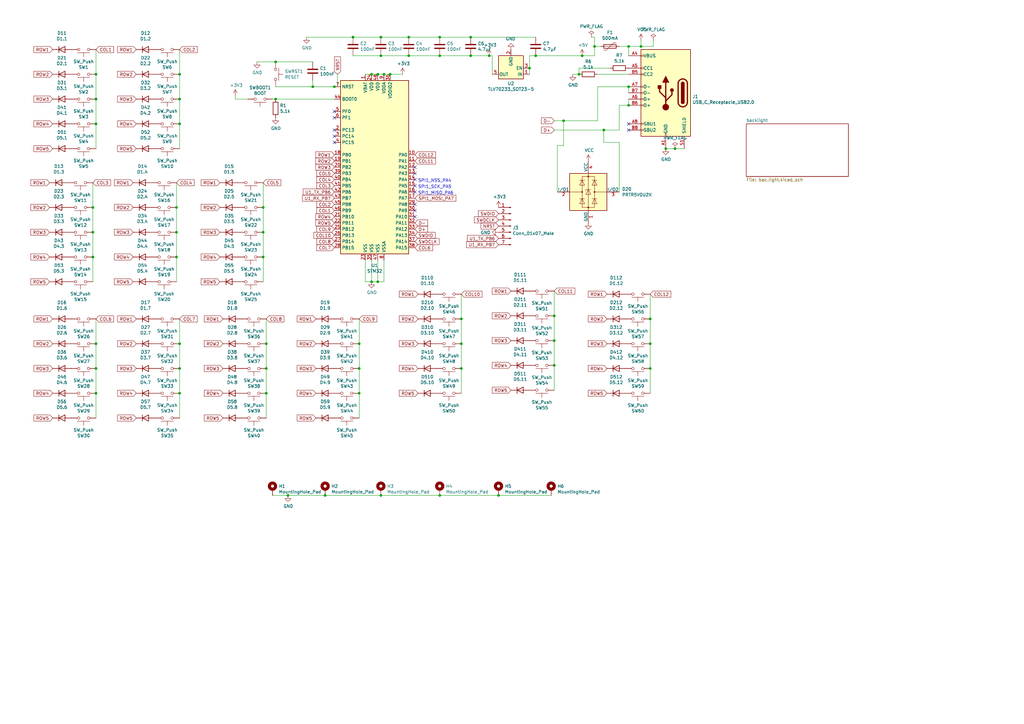
<source format=kicad_sch>
(kicad_sch (version 20211123) (generator eeschema)
  (paper "A3")
  (junction (at 200.66 22.86))
  (junction (at 152.4 30.48))
  (junction (at 167.64 15.24))
  (junction (at 167.64 22.86))
  (junction (at 109.22 140.97))
  (junction (at 257.81 35.56))
  (junction (at 147.32 140.97))
  (junction (at 193.04 22.86))
  (junction (at 266.7 130.81))
  (junction (at 38.1 105.41))
  (junction (at 231.14 49.53))
  (junction (at 107.95 85.09))
  (junction (at 180.34 15.24))
  (junction (at 243.84 19.05))
  (junction (at 73.66 140.97))
  (junction (at 73.66 40.64))
  (junction (at 39.37 140.97))
  (junction (at 39.37 30.48))
  (junction (at 180.34 203.2))
  (junction (at 157.48 30.48))
  (junction (at 113.03 40.64))
  (junction (at 257.81 43.18))
  (junction (at 72.39 85.09))
  (junction (at 107.95 95.25))
  (junction (at 38.1 95.25))
  (junction (at 72.39 105.41))
  (junction (at 160.02 30.48))
  (junction (at 107.95 105.41))
  (junction (at 38.1 85.09))
  (junction (at 39.37 50.8))
  (junction (at 39.37 40.64))
  (junction (at 247.65 53.34))
  (junction (at 237.49 30.48))
  (junction (at 189.23 140.97))
  (junction (at 189.23 130.81))
  (junction (at 262.89 19.05))
  (junction (at 72.39 95.25))
  (junction (at 147.32 151.13))
  (junction (at 227.33 129.54))
  (junction (at 276.86 60.96))
  (junction (at 189.23 151.13))
  (junction (at 238.76 22.86))
  (junction (at 193.04 15.24))
  (junction (at 128.27 35.56))
  (junction (at 217.17 27.94))
  (junction (at 147.32 161.29))
  (junction (at 156.21 15.24))
  (junction (at 144.78 15.24))
  (junction (at 109.22 151.13))
  (junction (at 266.7 151.13))
  (junction (at 154.94 30.48))
  (junction (at 204.47 203.2))
  (junction (at 156.21 203.2))
  (junction (at 156.21 22.86))
  (junction (at 39.37 161.29))
  (junction (at 152.4 115.57))
  (junction (at 273.05 60.96))
  (junction (at 118.11 203.2))
  (junction (at 266.7 140.97))
  (junction (at 154.94 115.57))
  (junction (at 73.66 161.29))
  (junction (at 133.35 203.2))
  (junction (at 227.33 149.86))
  (junction (at 227.33 139.7))
  (junction (at 73.66 30.48))
  (junction (at 113.03 25.4))
  (junction (at 109.22 161.29))
  (junction (at 39.37 151.13))
  (junction (at 180.34 22.86))
  (junction (at 137.16 35.56))
  (junction (at 73.66 50.8))
  (junction (at 73.66 151.13))
  (junction (at 219.71 22.86))
  (junction (at 257.81 19.05))
  (no_connect (at 170.18 71.12))
  (no_connect (at 257.81 50.8))
  (no_connect (at 137.16 48.26))
  (no_connect (at 170.18 78.74))
  (no_connect (at 170.18 83.82))
  (no_connect (at 137.16 45.72))
  (no_connect (at 170.18 76.2))
  (no_connect (at 170.18 88.9))
  (no_connect (at 137.16 58.42))
  (no_connect (at 170.18 68.58))
  (no_connect (at 137.16 55.88))
  (no_connect (at 170.18 73.66))
  (no_connect (at 257.81 53.34))
  (no_connect (at 170.18 86.36))
  (no_connect (at 137.16 53.34))
  (wire (pts (xy 38.1 105.41) (xy 38.1 115.57)))
  (wire (pts (xy 38.1 95.25) (xy 38.1 105.41)))
  (wire (pts (xy 247.65 53.34) (xy 227.33 53.34)))
  (wire (pts (xy 107.95 95.25) (xy 107.95 105.41)))
  (wire (pts (xy 189.23 151.13) (xy 189.23 161.29)))
  (wire (pts (xy 149.86 30.48) (xy 152.4 30.48)))
  (wire (pts (xy 193.04 15.24) (xy 219.71 15.24)))
  (wire (pts (xy 96.52 40.64) (xy 96.52 39.37)))
  (wire (pts (xy 167.64 15.24) (xy 180.34 15.24)))
  (wire (pts (xy 189.23 130.81) (xy 189.23 140.97)))
  (wire (pts (xy 149.86 106.68) (xy 149.86 115.57)))
  (wire (pts (xy 257.81 19.05) (xy 262.89 19.05)))
  (wire (pts (xy 113.03 40.64) (xy 137.16 40.64)))
  (wire (pts (xy 144.78 15.24) (xy 156.21 15.24)))
  (wire (pts (xy 276.86 60.96) (xy 273.05 60.96)))
  (wire (pts (xy 73.66 30.48) (xy 73.66 40.64)))
  (wire (pts (xy 189.23 140.97) (xy 189.23 151.13)))
  (wire (pts (xy 39.37 30.48) (xy 39.37 40.64)))
  (wire (pts (xy 73.66 151.13) (xy 73.66 161.29)))
  (wire (pts (xy 39.37 140.97) (xy 39.37 151.13)))
  (wire (pts (xy 156.21 22.86) (xy 167.64 22.86)))
  (wire (pts (xy 73.66 20.32) (xy 73.66 30.48)))
  (wire (pts (xy 107.95 105.41) (xy 107.95 115.57)))
  (wire (pts (xy 39.37 151.13) (xy 39.37 161.29)))
  (wire (pts (xy 243.84 19.05) (xy 243.84 22.86)))
  (wire (pts (xy 118.11 203.2) (xy 111.76 203.2)))
  (wire (pts (xy 227.33 149.86) (xy 227.33 160.02)))
  (wire (pts (xy 201.93 30.48) (xy 201.93 22.86)))
  (wire (pts (xy 125.73 15.24) (xy 144.78 15.24)))
  (wire (pts (xy 152.4 30.48) (xy 154.94 30.48)))
  (wire (pts (xy 243.84 15.24) (xy 242.57 15.24)))
  (wire (pts (xy 154.94 106.68) (xy 154.94 115.57)))
  (wire (pts (xy 245.11 35.56) (xy 245.11 49.53)))
  (wire (pts (xy 137.16 35.56) (xy 128.27 35.56)))
  (wire (pts (xy 228.6 78.74) (xy 228.6 59.69)))
  (wire (pts (xy 266.7 140.97) (xy 266.7 151.13)))
  (wire (pts (xy 262.89 19.05) (xy 267.97 19.05)))
  (wire (pts (xy 189.23 120.65) (xy 189.23 130.81)))
  (wire (pts (xy 228.6 59.69) (xy 231.14 59.69)))
  (wire (pts (xy 217.17 22.86) (xy 217.17 27.94)))
  (wire (pts (xy 39.37 40.64) (xy 39.37 50.8)))
  (wire (pts (xy 227.33 139.7) (xy 227.33 149.86)))
  (wire (pts (xy 254 19.05) (xy 257.81 19.05)))
  (wire (pts (xy 247.65 58.42) (xy 247.65 53.34)))
  (wire (pts (xy 237.49 27.94) (xy 237.49 30.48)))
  (wire (pts (xy 38.1 85.09) (xy 38.1 95.25)))
  (wire (pts (xy 39.37 130.81) (xy 39.37 140.97)))
  (wire (pts (xy 243.84 19.05) (xy 243.84 15.24)))
  (wire (pts (xy 147.32 130.81) (xy 147.32 140.97)))
  (wire (pts (xy 154.94 115.57) (xy 152.4 115.57)))
  (wire (pts (xy 245.11 30.48) (xy 257.81 30.48)))
  (wire (pts (xy 180.34 22.86) (xy 193.04 22.86)))
  (wire (pts (xy 280.67 60.96) (xy 276.86 60.96)))
  (wire (pts (xy 257.81 43.18) (xy 254 43.18)))
  (wire (pts (xy 73.66 40.64) (xy 73.66 50.8)))
  (wire (pts (xy 101.6 40.64) (xy 96.52 40.64)))
  (wire (pts (xy 113.03 35.56) (xy 128.27 35.56)))
  (wire (pts (xy 109.22 161.29) (xy 109.22 171.45)))
  (wire (pts (xy 72.39 105.41) (xy 72.39 115.57)))
  (wire (pts (xy 111.76 40.64) (xy 113.03 40.64)))
  (wire (pts (xy 219.71 22.86) (xy 217.17 22.86)))
  (wire (pts (xy 254 53.34) (xy 247.65 53.34)))
  (wire (pts (xy 219.71 22.86) (xy 238.76 22.86)))
  (wire (pts (xy 257.81 22.86) (xy 257.81 19.05)))
  (wire (pts (xy 157.48 30.48) (xy 160.02 30.48)))
  (wire (pts (xy 133.35 203.2) (xy 118.11 203.2)))
  (wire (pts (xy 39.37 20.32) (xy 39.37 30.48)))
  (wire (pts (xy 39.37 161.29) (xy 39.37 171.45)))
  (wire (pts (xy 227.33 119.38) (xy 227.33 129.54)))
  (wire (pts (xy 167.64 22.86) (xy 180.34 22.86)))
  (wire (pts (xy 245.11 49.53) (xy 231.14 49.53)))
  (wire (pts (xy 193.04 22.86) (xy 200.66 22.86)))
  (wire (pts (xy 147.32 161.29) (xy 147.32 171.45)))
  (wire (pts (xy 73.66 140.97) (xy 73.66 151.13)))
  (wire (pts (xy 200.66 22.86) (xy 201.93 22.86)))
  (wire (pts (xy 160.02 30.48) (xy 165.1 30.48)))
  (wire (pts (xy 113.03 25.4) (xy 105.41 25.4)))
  (wire (pts (xy 147.32 151.13) (xy 147.32 161.29)))
  (wire (pts (xy 144.78 22.86) (xy 156.21 22.86)))
  (wire (pts (xy 107.95 74.93) (xy 107.95 85.09)))
  (wire (pts (xy 147.32 140.97) (xy 147.32 151.13)))
  (wire (pts (xy 113.03 25.4) (xy 128.27 25.4)))
  (wire (pts (xy 257.81 40.64) (xy 257.81 43.18)))
  (wire (pts (xy 109.22 140.97) (xy 109.22 151.13)))
  (wire (pts (xy 109.22 130.81) (xy 109.22 140.97)))
  (wire (pts (xy 72.39 85.09) (xy 72.39 95.25)))
  (wire (pts (xy 262.89 19.05) (xy 262.89 16.51)))
  (wire (pts (xy 128.27 35.56) (xy 128.27 33.02)))
  (wire (pts (xy 138.43 30.48) (xy 138.43 35.56)))
  (wire (pts (xy 73.66 130.81) (xy 73.66 140.97)))
  (wire (pts (xy 157.48 106.68) (xy 157.48 115.57)))
  (wire (pts (xy 266.7 151.13) (xy 266.7 161.29)))
  (wire (pts (xy 266.7 120.65) (xy 266.7 130.81)))
  (wire (pts (xy 238.76 22.86) (xy 243.84 22.86)))
  (wire (pts (xy 138.43 35.56) (xy 137.16 35.56)))
  (wire (pts (xy 226.06 203.2) (xy 204.47 203.2)))
  (wire (pts (xy 152.4 106.68) (xy 152.4 115.57)))
  (wire (pts (xy 227.33 129.54) (xy 227.33 139.7)))
  (wire (pts (xy 39.37 50.8) (xy 39.37 60.96)))
  (wire (pts (xy 156.21 203.2) (xy 133.35 203.2)))
  (wire (pts (xy 180.34 15.24) (xy 193.04 15.24)))
  (wire (pts (xy 180.34 203.2) (xy 156.21 203.2)))
  (wire (pts (xy 73.66 50.8) (xy 73.66 60.96)))
  (wire (pts (xy 149.86 115.57) (xy 152.4 115.57)))
  (wire (pts (xy 234.95 30.48) (xy 237.49 30.48)))
  (wire (pts (xy 257.81 35.56) (xy 257.81 38.1)))
  (wire (pts (xy 266.7 130.81) (xy 266.7 140.97)))
  (wire (pts (xy 204.47 203.2) (xy 180.34 203.2)))
  (wire (pts (xy 231.14 49.53) (xy 227.33 49.53)))
  (wire (pts (xy 107.95 85.09) (xy 107.95 95.25)))
  (wire (pts (xy 267.97 19.05) (xy 267.97 16.51)))
  (wire (pts (xy 72.39 95.25) (xy 72.39 105.41)))
  (wire (pts (xy 231.14 59.69) (xy 231.14 49.53)))
  (wire (pts (xy 245.11 35.56) (xy 257.81 35.56)))
  (wire (pts (xy 109.22 151.13) (xy 109.22 161.29)))
  (wire (pts (xy 254 43.18) (xy 254 53.34)))
  (wire (pts (xy 254 78.74) (xy 254 58.42)))
  (wire (pts (xy 254 58.42) (xy 247.65 58.42)))
  (wire (pts (xy 250.19 27.94) (xy 237.49 27.94)))
  (wire (pts (xy 38.1 74.93) (xy 38.1 85.09)))
  (wire (pts (xy 246.38 19.05) (xy 243.84 19.05)))
  (wire (pts (xy 157.48 115.57) (xy 154.94 115.57)))
  (wire (pts (xy 154.94 30.48) (xy 157.48 30.48)))
  (wire (pts (xy 73.66 161.29) (xy 73.66 171.45)))
  (wire (pts (xy 156.21 15.24) (xy 167.64 15.24)))
  (wire (pts (xy 72.39 74.93) (xy 72.39 85.09)))
  (wire (pts (xy 217.17 27.94) (xy 217.17 30.48)))
  (text "SPI1_NSS_PA4" (at 171.45 74.93 0) (effects (font (size 1.27 1.27)) (justify left bottom)))
  (text "SPI1_MISO_PA6" (at 171.45 80.01 0) (effects (font (size 1.27 1.27)) (justify left bottom)))
  (text "SPI1_SCK_PA5" (at 171.45 77.47 0) (effects (font (size 1.27 1.27)) (justify left bottom)))
  (global_label "ROW2" (shape input) (at 54.61 85.09 180) (property "Intersheet References" "${INTERSHEET_REFS}" (effects hide)))
  (global_label "ROW5" (shape input) (at 209.55 160.02 180) (property "Intersheet References" "${INTERSHEET_REFS}" (effects hide)))
  (global_label "ROW1" (shape input) (at 137.16 63.5 180) (property "Intersheet References" "${INTERSHEET_REFS}" (effects hide)))
  (global_label "ROW3" (shape input) (at 209.55 139.7 180) (property "Intersheet References" "${INTERSHEET_REFS}" (effects hide)))
  (global_label "COL7" (shape input) (at 137.16 101.6 180) (property "Intersheet References" "${INTERSHEET_REFS}" (effects hide)))
  (global_label "ROW3" (shape input) (at 91.44 151.13 180) (property "Intersheet References" "${INTERSHEET_REFS}" (effects hide)))
  (global_label "ROW2" (shape input) (at 21.59 140.97 180) (property "Intersheet References" "${INTERSHEET_REFS}" (effects hide)))
  (global_label "ROW5" (shape input) (at 21.59 171.45 180) (property "Intersheet References" "${INTERSHEET_REFS}" (effects hide)))
  (global_label "ROW1" (shape input) (at 20.32 74.93 180) (property "Intersheet References" "${INTERSHEET_REFS}" (effects hide)))
  (global_label "COL1" (shape input) (at 137.16 86.36 180) (property "Intersheet References" "${INTERSHEET_REFS}" (effects hide)))
  (global_label "ROW3" (shape input) (at 55.88 151.13 180) (property "Intersheet References" "${INTERSHEET_REFS}" (effects hide)))
  (global_label "COL3" (shape input) (at 137.16 76.2 180) (property "Intersheet References" "${INTERSHEET_REFS}" (effects hide)))
  (global_label "ROW5" (shape input) (at 171.45 161.29 180) (property "Intersheet References" "${INTERSHEET_REFS}" (effects hide)))
  (global_label "COL11" (shape input) (at 170.18 66.04 0) (property "Intersheet References" "${INTERSHEET_REFS}" (effects hide)))
  (global_label "ROW1" (shape input) (at 209.55 119.38 180) (property "Intersheet References" "${INTERSHEET_REFS}" (effects hide)))
  (global_label "COL11" (shape input) (at 227.33 119.38 0) (property "Intersheet References" "${INTERSHEET_REFS}" (effects hide)))
  (global_label "ROW3" (shape input) (at 54.61 95.25 180) (property "Intersheet References" "${INTERSHEET_REFS}" (effects hide)))
  (global_label "ROW4" (shape input) (at 129.54 161.29 180) (property "Intersheet References" "${INTERSHEET_REFS}" (effects hide)))
  (global_label "ROW5" (shape input) (at 55.88 171.45 180) (property "Intersheet References" "${INTERSHEET_REFS}" (effects hide)))
  (global_label "COL12" (shape input) (at 170.18 63.5 0) (property "Intersheet References" "${INTERSHEET_REFS}" (effects hide)))
  (global_label "COL5" (shape input) (at 107.95 74.93 0) (property "Intersheet References" "${INTERSHEET_REFS}" (effects hide)))
  (global_label "ROW1" (shape input) (at 129.54 130.81 180) (property "Intersheet References" "${INTERSHEET_REFS}" (effects hide)))
  (global_label "COL8" (shape input) (at 109.22 130.81 0) (property "Intersheet References" "${INTERSHEET_REFS}" (effects hide)))
  (global_label "ROW3" (shape input) (at 137.16 68.58 180) (property "Intersheet References" "${INTERSHEET_REFS}" (effects hide)))
  (global_label "ROW4" (shape input) (at 21.59 161.29 180) (property "Intersheet References" "${INTERSHEET_REFS}" (effects hide)))
  (global_label "SPI1_MOSI_PA7" (shape input) (at 170.18 81.28 0) (property "Intersheet References" "${INTERSHEET_REFS}" (effects hide)))
  (global_label "ROW1" (shape input) (at 171.45 120.65 180) (property "Intersheet References" "${INTERSHEET_REFS}" (effects hide)))
  (global_label "ROW5" (shape input) (at 55.88 60.96 180) (property "Intersheet References" "${INTERSHEET_REFS}" (effects hide)))
  (global_label "ROW3" (shape input) (at 21.59 40.64 180) (property "Intersheet References" "${INTERSHEET_REFS}" (effects hide)))
  (global_label "ROW2" (shape input) (at 129.54 140.97 180) (property "Intersheet References" "${INTERSHEET_REFS}" (effects hide)))
  (global_label "ROW4" (shape input) (at 55.88 161.29 180) (property "Intersheet References" "${INTERSHEET_REFS}" (effects hide)))
  (global_label "ROW4" (shape input) (at 90.17 105.41 180) (property "Intersheet References" "${INTERSHEET_REFS}" (effects hide)))
  (global_label "U1_TX_PB6" (shape input) (at 204.47 97.79 180) (property "Intersheet References" "${INTERSHEET_REFS}" (effects hide)))
  (global_label "ROW3" (shape input) (at 20.32 95.25 180) (property "Intersheet References" "${INTERSHEET_REFS}" (effects hide)))
  (global_label "ROW5" (shape input) (at 129.54 171.45 180) (property "Intersheet References" "${INTERSHEET_REFS}" (effects hide)))
  (global_label "D+" (shape input) (at 170.18 93.98 0) (property "Intersheet References" "${INTERSHEET_REFS}" (effects hide)))
  (global_label "COL2" (shape input) (at 137.16 83.82 180) (property "Intersheet References" "${INTERSHEET_REFS}" (effects hide)))
  (global_label "D+" (shape input) (at 227.33 53.34 180) (property "Intersheet References" "${INTERSHEET_REFS}" (effects hide)))
  (global_label "ROW1" (shape input) (at 21.59 130.81 180) (property "Intersheet References" "${INTERSHEET_REFS}" (effects hide)))
  (global_label "COL10" (shape input) (at 189.23 120.65 0) (property "Intersheet References" "${INTERSHEET_REFS}" (effects hide)))
  (global_label "U1_TX_PB6" (shape input) (at 137.16 78.74 180) (property "Intersheet References" "${INTERSHEET_REFS}" (effects hide)))
  (global_label "ROW5" (shape input) (at 90.17 115.57 180) (property "Intersheet References" "${INTERSHEET_REFS}" (effects hide)))
  (global_label "ROW3" (shape input) (at 129.54 151.13 180) (property "Intersheet References" "${INTERSHEET_REFS}" (effects hide)))
  (global_label "COL9" (shape input) (at 147.32 130.81 0) (property "Intersheet References" "${INTERSHEET_REFS}" (effects hide)))
  (global_label "ROW4" (shape input) (at 171.45 151.13 180) (property "Intersheet References" "${INTERSHEET_REFS}" (effects hide)))
  (global_label "COL6" (shape input) (at 170.18 101.6 0) (property "Intersheet References" "${INTERSHEET_REFS}" (effects hide)))
  (global_label "ROW5" (shape input) (at 20.32 115.57 180) (property "Intersheet References" "${INTERSHEET_REFS}" (effects hide)))
  (global_label "ROW5" (shape input) (at 91.44 171.45 180) (property "Intersheet References" "${INTERSHEET_REFS}" (effects hide)))
  (global_label "ROW2" (shape input) (at 91.44 140.97 180) (property "Intersheet References" "${INTERSHEET_REFS}" (effects hide)))
  (global_label "ROW4" (shape input) (at 20.32 105.41 180) (property "Intersheet References" "${INTERSHEET_REFS}" (effects hide)))
  (global_label "COL5" (shape input) (at 137.16 71.12 180) (property "Intersheet References" "${INTERSHEET_REFS}" (effects hide)))
  (global_label "D-" (shape input) (at 227.33 49.53 180) (property "Intersheet References" "${INTERSHEET_REFS}" (effects hide)))
  (global_label "D-" (shape input) (at 170.18 91.44 0) (property "Intersheet References" "${INTERSHEET_REFS}" (effects hide)))
  (global_label "ROW2" (shape input) (at 248.92 130.81 180) (property "Intersheet References" "${INTERSHEET_REFS}" (effects hide)))
  (global_label "ROW5" (shape input) (at 248.92 161.29 180) (property "Intersheet References" "${INTERSHEET_REFS}" (effects hide)))
  (global_label "ROW2" (shape input) (at 21.59 30.48 180) (property "Intersheet References" "${INTERSHEET_REFS}" (effects hide)))
  (global_label "ROW2" (shape input) (at 209.55 129.54 180) (property "Intersheet References" "${INTERSHEET_REFS}" (effects hide)))
  (global_label "COL9" (shape input) (at 137.16 93.98 180) (property "Intersheet References" "${INTERSHEET_REFS}" (effects hide)))
  (global_label "ROW4" (shape input) (at 54.61 105.41 180) (property "Intersheet References" "${INTERSHEET_REFS}" (effects hide)))
  (global_label "SWDCLK" (shape input) (at 170.18 99.06 0) (property "Intersheet References" "${INTERSHEET_REFS}" (effects hide)))
  (global_label "NRST" (shape input) (at 138.43 30.48 90) (property "Intersheet References" "${INTERSHEET_REFS}" (effects hide)))
  (global_label "ROW3" (shape input) (at 55.88 40.64 180) (property "Intersheet References" "${INTERSHEET_REFS}" (effects hide)))
  (global_label "COL6" (shape input) (at 39.37 130.81 0) (property "Intersheet References" "${INTERSHEET_REFS}" (effects hide)))
  (global_label "ROW1" (shape input) (at 90.17 74.93 180) (property "Intersheet References" "${INTERSHEET_REFS}" (effects hide)))
  (global_label "ROW1" (shape input) (at 91.44 130.81 180) (property "Intersheet References" "${INTERSHEET_REFS}" (effects hide)))
  (global_label "ROW3" (shape input) (at 171.45 140.97 180) (property "Intersheet References" "${INTERSHEET_REFS}" (effects hide)))
  (global_label "ROW4" (shape input) (at 248.92 151.13 180) (property "Intersheet References" "${INTERSHEET_REFS}" (effects hide)))
  (global_label "ROW1" (shape input) (at 55.88 130.81 180) (property "Intersheet References" "${INTERSHEET_REFS}" (effects hide)))
  (global_label "ROW2" (shape input) (at 171.45 130.81 180) (property "Intersheet References" "${INTERSHEET_REFS}" (effects hide)))
  (global_label "SWDCLK" (shape input) (at 204.47 90.17 180) (property "Intersheet References" "${INTERSHEET_REFS}" (effects hide)))
  (global_label "U1_RX_PB7" (shape input) (at 204.47 100.33 180) (property "Intersheet References" "${INTERSHEET_REFS}" (effects hide)))
  (global_label "ROW2" (shape input) (at 55.88 140.97 180) (property "Intersheet References" "${INTERSHEET_REFS}" (effects hide)))
  (global_label "ROW2" (shape input) (at 20.32 85.09 180) (property "Intersheet References" "${INTERSHEET_REFS}" (effects hide)))
  (global_label "COL2" (shape input) (at 73.66 20.32 0) (property "Intersheet References" "${INTERSHEET_REFS}" (effects hide)))
  (global_label "NRST" (shape input) (at 204.47 92.71 180) (property "Intersheet References" "${INTERSHEET_REFS}" (effects hide)))
  (global_label "SWDIO" (shape input) (at 170.18 96.52 0) (property "Intersheet References" "${INTERSHEET_REFS}" (effects hide)))
  (global_label "SWDIO" (shape input) (at 204.47 87.63 180) (property "Intersheet References" "${INTERSHEET_REFS}" (effects hide)))
  (global_label "ROW1" (shape input) (at 54.61 74.93 180) (property "Intersheet References" "${INTERSHEET_REFS}" (effects hide)))
  (global_label "ROW5" (shape input) (at 137.16 91.44 180) (property "Intersheet References" "${INTERSHEET_REFS}" (effects hide)))
  (global_label "ROW5" (shape input) (at 21.59 60.96 180) (property "Intersheet References" "${INTERSHEET_REFS}" (effects hide)))
  (global_label "ROW2" (shape input) (at 90.17 85.09 180) (property "Intersheet References" "${INTERSHEET_REFS}" (effects hide)))
  (global_label "ROW3" (shape input) (at 248.92 140.97 180) (property "Intersheet References" "${INTERSHEET_REFS}" (effects hide)))
  (global_label "ROW1" (shape input) (at 21.59 20.32 180) (property "Intersheet References" "${INTERSHEET_REFS}" (effects hide)))
  (global_label "ROW4" (shape input) (at 91.44 161.29 180) (property "Intersheet References" "${INTERSHEET_REFS}" (effects hide)))
  (global_label "COL4" (shape input) (at 72.39 74.93 0) (property "Intersheet References" "${INTERSHEET_REFS}" (effects hide)))
  (global_label "U1_RX_PB7" (shape input) (at 137.16 81.28 180) (property "Intersheet References" "${INTERSHEET_REFS}" (effects hide)))
  (global_label "ROW3" (shape input) (at 90.17 95.25 180) (property "Intersheet References" "${INTERSHEET_REFS}" (effects hide)))
  (global_label "COL7" (shape input) (at 73.66 130.81 0) (property "Intersheet References" "${INTERSHEET_REFS}" (effects hide)))
  (global_label "ROW4" (shape input) (at 21.59 50.8 180) (property "Intersheet References" "${INTERSHEET_REFS}" (effects hide)))
  (global_label "COL1" (shape input) (at 39.37 20.32 0) (property "Intersheet References" "${INTERSHEET_REFS}" (effects hide)))
  (global_label "COL8" (shape input) (at 137.16 99.06 180) (property "Intersheet References" "${INTERSHEET_REFS}" (effects hide)))
  (global_label "ROW4" (shape input) (at 209.55 149.86 180) (property "Intersheet References" "${INTERSHEET_REFS}" (effects hide)))
  (global_label "ROW1" (shape input) (at 55.88 20.32 180) (property "Intersheet References" "${INTERSHEET_REFS}" (effects hide)))
  (global_label "COL3" (shape input) (at 38.1 74.93 0) (property "Intersheet References" "${INTERSHEET_REFS}" (effects hide)))
  (global_label "COL4" (shape input) (at 137.16 73.66 180) (property "Intersheet References" "${INTERSHEET_REFS}" (effects hide)))
  (global_label "ROW1" (shape input) (at 248.92 120.65 180) (property "Intersheet References" "${INTERSHEET_REFS}" (effects hide)))
  (global_label "ROW4" (shape input) (at 55.88 50.8 180) (property "Intersheet References" "${INTERSHEET_REFS}" (effects hide)))
  (global_label "COL10" (shape input) (at 137.16 96.52 180) (property "Intersheet References" "${INTERSHEET_REFS}" (effects hide)))
  (global_label "ROW3" (shape input) (at 21.59 151.13 180) (property "Intersheet References" "${INTERSHEET_REFS}" (effects hide)))
  (global_label "COL12" (shape input) (at 266.7 120.65 0) (property "Intersheet References" "${INTERSHEET_REFS}" (effects hide)))
  (global_label "ROW2" (shape input) (at 55.88 30.48 180) (property "Intersheet References" "${INTERSHEET_REFS}" (effects hide)))
  (global_label "ROW2" (shape input) (at 137.16 66.04 180) (property "Intersheet References" "${INTERSHEET_REFS}" (effects hide)))
  (global_label "ROW5" (shape input) (at 54.61 115.57 180) (property "Intersheet References" "${INTERSHEET_REFS}" (effects hide)))
  (global_label "ROW4" (shape input) (at 137.16 88.9 180) (property "Intersheet References" "${INTERSHEET_REFS}" (effects hide)))
  (symbol (lib_id "MCU_ST_STM32F0:STM32F072C8Tx") (at 154.94 68.58 0) (unit 1)
    (property "Reference" "U1" (at 153.67 108.8644 0))
    (property "Value" "STM32" (at 153.67 111.1758 0))
    (property "Footprint" "Package_QFP:LQFP-48_7x7mm_P0.5mm" (effects hide))
    (property "Datasheet" "http://www.st.com/st-web-ui/static/active/en/resource/technical/document/datasheet/DM00090510.pdf" (effects hide))
  )
  (symbol (lib_id "Device:C") (at 144.78 19.05 0) (unit 1)
    (property "Reference" "C2" (at 147.701 17.8816 0) (effects (justify left)))
    (property "Value" "100nF" (at 147.701 20.193 0) (effects (justify left)))
    (property "Footprint" "Capacitor_SMD:C_0805_2012Metric_Pad1.15x1.40mm_HandSolder" (effects hide))
  )
  (symbol (lib_id "Device:C") (at 156.21 19.05 0) (unit 1)
    (property "Reference" "C3" (at 159.131 17.8816 0) (effects (justify left)))
    (property "Value" "100nF" (at 159.131 20.193 0) (effects (justify left)))
    (property "Footprint" "Capacitor_SMD:C_0805_2012Metric_Pad1.15x1.40mm_HandSolder" (effects hide))
  )
  (symbol (lib_id "Device:C") (at 167.64 19.05 0) (unit 1)
    (property "Reference" "C4" (at 170.561 17.8816 0) (effects (justify left)))
    (property "Value" "100nF" (at 170.561 20.193 0) (effects (justify left)))
    (property "Footprint" "Capacitor_SMD:C_0805_2012Metric_Pad1.15x1.40mm_HandSolder" (effects hide))
  )
  (symbol (lib_id "Device:C") (at 180.34 19.05 0) (unit 1)
    (property "Reference" "C5" (at 183.261 17.8816 0) (effects (justify left)))
    (property "Value" "100nF" (at 183.261 20.193 0) (effects (justify left)))
    (property "Footprint" "Capacitor_SMD:C_0805_2012Metric_Pad1.15x1.40mm_HandSolder" (effects hide))
  )
  (symbol (lib_id "Device:C") (at 219.71 19.05 0) (unit 1)
    (property "Reference" "C7" (at 222.631 17.8816 0) (effects (justify left)))
    (property "Value" "4.7µF" (at 222.631 20.193 0) (effects (justify left)))
    (property "Footprint" "Capacitor_SMD:C_0805_2012Metric_Pad1.15x1.40mm_HandSolder" (effects hide))
  )
  (symbol (lib_id "power:GND") (at 152.4 115.57 0) (unit 1)
    (property "Reference" "#PWR0101" (effects hide))
    (property "Value" "GND" (at 152.527 119.9642 0))
  )
  (symbol (lib_id "power:GND") (at 125.73 15.24 0) (unit 1)
    (property "Reference" "#PWR0102" (effects hide))
    (property "Value" "GND" (at 125.857 19.6342 0))
  )
  (symbol (lib_id "Device:C") (at 128.27 29.21 0) (unit 1)
    (property "Reference" "C1" (at 131.191 28.0416 0) (effects (justify left)))
    (property "Value" "100nF" (at 131.191 30.353 0) (effects (justify left)))
    (property "Footprint" "Capacitor_SMD:C_0805_2012Metric_Pad1.15x1.40mm_HandSolder" (effects hide))
  )
  (symbol (lib_id "Switch:SW_Push") (at 113.03 30.48 270) (unit 1)
    (property "Reference" "SWRST1" (at 116.7892 29.3116 90) (effects (justify left)))
    (property "Value" "RESET" (at 116.7892 31.623 90) (effects (justify left)))
    (property "Footprint" "Button_Switch_SMD:SW_SPST_CK_RS282G05A3" (effects hide))
  )
  (symbol (lib_id "power:GND") (at 105.41 25.4 0) (unit 1)
    (property "Reference" "#PWR0103" (effects hide))
    (property "Value" "GND" (at 105.537 29.7942 0))
  )
  (symbol (lib_id "Switch:SW_Push") (at 106.68 40.64 180) (unit 1)
    (property "Reference" "SWBOOT1" (at 106.68 35.941 0))
    (property "Value" "BOOT" (at 106.68 38.2524 0))
    (property "Footprint" "Button_Switch_SMD:SW_SPST_CK_RS282G05A3" (effects hide))
  )
  (symbol (lib_id "Device:R") (at 113.03 44.45 0) (unit 1)
    (property "Reference" "R1" (at 114.808 43.2816 0) (effects (justify left)))
    (property "Value" "5.1k" (at 114.808 45.593 0) (effects (justify left)))
    (property "Footprint" "Resistor_SMD:R_0805_2012Metric_Pad1.15x1.40mm_HandSolder" (effects hide))
  )
  (symbol (lib_id "power:GND") (at 113.03 48.26 0) (unit 1)
    (property "Reference" "#PWR0104" (effects hide))
    (property "Value" "GND" (at 113.157 52.6542 0))
  )
  (symbol (lib_id "power:GND") (at 273.05 60.96 0) (unit 1)
    (property "Reference" "#PWR0105" (effects hide))
    (property "Value" "GND" (at 273.177 65.3542 0))
  )
  (symbol (lib_id "Device:R") (at 254 27.94 270) (unit 1)
    (property "Reference" "R7" (at 254 22.6822 90))
    (property "Value" "5.1k" (at 254 24.9936 90))
    (property "Footprint" "Resistor_SMD:R_0805_2012Metric_Pad1.15x1.40mm_HandSolder" (effects hide))
  )
  (symbol (lib_id "Device:R") (at 241.3 30.48 270) (mirror x) (unit 1)
    (property "Reference" "R6" (at 241.3 25.2222 90))
    (property "Value" "5.1k" (at 241.3 27.5336 90))
    (property "Footprint" "Resistor_SMD:R_0805_2012Metric_Pad1.15x1.40mm_HandSolder" (effects hide))
  )
  (symbol (lib_id "power:GND") (at 234.95 30.48 0) (unit 1)
    (property "Reference" "#PWR0106" (effects hide))
    (property "Value" "GND" (at 235.077 34.8742 0))
  )
  (symbol (lib_id "Device:C") (at 193.04 19.05 0) (unit 1)
    (property "Reference" "C6" (at 195.961 17.8816 0) (effects (justify left)))
    (property "Value" "4.7µF" (at 195.961 20.193 0) (effects (justify left)))
    (property "Footprint" "Capacitor_SMD:C_0805_2012Metric_Pad1.15x1.40mm_HandSolder" (effects hide))
  )
  (symbol (lib_id "Connector:USB_C_Receptacle_USB2.0") (at 273.05 38.1 0) (mirror y) (unit 1)
    (property "Reference" "J1" (at 283.972 39.5986 0) (effects (justify right)))
    (property "Value" "USB_C_Receptacle_USB2.0" (at 283.972 41.91 0) (effects (justify right)))
    (property "Footprint" "kicad-usb:USB_C_Receptacle_HRO_TYPE-C-31-M-12" (effects hide))
    (property "Datasheet" "https://www.usb.org/sites/default/files/documents/usb_type-c.zip" (effects hide))
  )
  (symbol (lib_id "Connector:Conn_01x07_Male") (at 209.55 92.71 0) (mirror y) (unit 1)
    (property "Reference" "J3" (at 210.2358 93.3958 0) (effects (justify right)))
    (property "Value" "Conn_01x07_Male" (at 210.2358 95.7072 0) (effects (justify right)))
    (property "Footprint" "kicad-harwin:Harwin_M20-89007xx_1x07_P2.54mm_Horizontal" (effects hide))
  )
  (symbol (lib_id "power:GND") (at 204.47 95.25 270) (unit 1)
    (property "Reference" "#PWR0109" (effects hide))
    (property "Value" "GND" (at 201.2188 95.377 90) (effects (justify right)))
  )
  (symbol (lib_id "Switch:SW_Push") (at 34.29 20.32 180) (unit 1)
    (property "Reference" "SW1" (at 34.29 27.559 0))
    (property "Value" "SW_Push" (at 34.29 25.2476 0))
    (property "Footprint" "Button_Switch_Keyboard:SW_Cherry_MX_1.00u_PCB" (effects hide))
  )
  (symbol (lib_id "Diode:1N4148WS") (at 25.4 20.32 0) (unit 1)
    (property "Reference" "D11" (at 25.4 13.589 0))
    (property "Value" "D1.1" (at 25.4 15.9004 0))
    (property "Footprint" "Diode_SMD:D_SOD-323" (effects hide))
  )
  (symbol (lib_id "Switch:SW_Push") (at 34.29 30.48 180) (unit 1)
    (property "Reference" "SW2" (at 34.29 37.719 0))
    (property "Value" "SW_Push" (at 34.29 35.4076 0))
    (property "Footprint" "Button_Switch_Keyboard:SW_Cherry_MX_1.00u_PCB" (effects hide))
  )
  (symbol (lib_id "Diode:1N4148WS") (at 25.4 30.48 0) (unit 1)
    (property "Reference" "D21" (at 25.4 23.749 0))
    (property "Value" "D2.1" (at 25.4 26.0604 0))
    (property "Footprint" "Diode_SMD:D_SOD-323" (effects hide))
  )
  (symbol (lib_id "Switch:SW_Push") (at 34.29 50.8 180) (unit 1)
    (property "Reference" "SW4" (at 34.29 58.039 0))
    (property "Value" "SW_Push" (at 34.29 55.7276 0))
    (property "Footprint" "Button_Switch_Keyboard:SW_Cherry_MX_1.00u_PCB" (effects hide))
  )
  (symbol (lib_id "Diode:1N4148WS") (at 25.4 50.8 0) (unit 1)
    (property "Reference" "D41" (at 25.4 44.069 0))
    (property "Value" "D4.1" (at 25.4 46.3804 0))
    (property "Footprint" "Diode_SMD:D_SOD-323" (effects hide))
  )
  (symbol (lib_id "Switch:SW_Push") (at 34.29 40.64 180) (unit 1)
    (property "Reference" "SW3" (at 34.29 47.879 0))
    (property "Value" "SW_Push" (at 34.29 45.5676 0))
    (property "Footprint" "Button_Switch_Keyboard:SW_Cherry_MX_1.00u_PCB" (effects hide))
  )
  (symbol (lib_id "Diode:1N4148WS") (at 25.4 40.64 0) (unit 1)
    (property "Reference" "D31" (at 25.4 33.909 0))
    (property "Value" "D3.1" (at 25.4 36.2204 0))
    (property "Footprint" "Diode_SMD:D_SOD-323" (effects hide))
  )
  (symbol (lib_id "power:PWR_FLAG") (at 276.86 60.96 0) (unit 1)
    (property "Reference" "#FLG0102" (effects hide))
    (property "Value" "PWR_FLAG" (at 276.86 56.5658 0))
  )
  (symbol (lib_id "power:+3.3V") (at 165.1 30.48 0) (unit 1)
    (property "Reference" "#PWR0107" (effects hide))
    (property "Value" "+3.3V" (at 165.481 26.0858 0))
  )
  (symbol (lib_id "power:+3.3V") (at 96.52 39.37 0) (unit 1)
    (property "Reference" "#PWR06" (effects hide))
    (property "Value" "+3.3V" (at 96.901 34.9758 0))
  )
  (symbol (lib_id "Device:Polyfuse") (at 250.19 19.05 270) (unit 1)
    (property "Reference" "F1" (at 250.19 13.335 90))
    (property "Value" "500mA" (at 250.19 15.6464 90))
    (property "Footprint" "Resistor_SMD:R_0805_2012Metric_Pad1.15x1.40mm_HandSolder" (effects hide))
  )
  (symbol (lib_id "power:+5V") (at 238.76 22.86 0) (unit 1)
    (property "Reference" "#PWR0108" (effects hide))
    (property "Value" "+5V" (at 239.141 18.4658 0))
  )
  (symbol (lib_id "power:PWR_FLAG") (at 242.57 15.24 0) (unit 1)
    (property "Reference" "#FLG0101" (effects hide))
    (property "Value" "PWR_FLAG" (at 242.57 10.8458 0))
  )
  (symbol (lib_id "Switch:SW_Push") (at 34.29 60.96 180) (unit 1)
    (property "Reference" "SW5" (at 34.29 68.199 0))
    (property "Value" "SW_Push" (at 34.29 65.8876 0))
    (property "Footprint" "Button_Switch_Keyboard:SW_Cherry_MX_1.00u_PCB" (effects hide))
  )
  (symbol (lib_id "Diode:1N4148WS") (at 25.4 60.96 0) (unit 1)
    (property "Reference" "D51" (at 25.4 54.229 0))
    (property "Value" "D5.1" (at 25.4 56.5404 0))
    (property "Footprint" "Diode_SMD:D_SOD-323" (effects hide))
  )
  (symbol (lib_id "Switch:SW_Push") (at 68.58 20.32 180) (unit 1)
    (property "Reference" "SW6" (at 68.58 27.559 0))
    (property "Value" "SW_Push" (at 68.58 25.2476 0))
    (property "Footprint" "Button_Switch_Keyboard:SW_Cherry_MX_1.00u_PCB" (effects hide))
  )
  (symbol (lib_id "Diode:1N4148WS") (at 59.69 20.32 0) (unit 1)
    (property "Reference" "D12" (at 59.69 13.589 0))
    (property "Value" "D1.2" (at 59.69 15.9004 0))
    (property "Footprint" "Diode_SMD:D_SOD-323" (effects hide))
  )
  (symbol (lib_id "Switch:SW_Push") (at 68.58 30.48 180) (unit 1)
    (property "Reference" "SW7" (at 68.58 37.719 0))
    (property "Value" "SW_Push" (at 68.58 35.4076 0))
    (property "Footprint" "Button_Switch_Keyboard:SW_Cherry_MX_1.00u_PCB" (effects hide))
  )
  (symbol (lib_id "Diode:1N4148WS") (at 59.69 30.48 0) (unit 1)
    (property "Reference" "D22" (at 59.69 23.749 0))
    (property "Value" "D2.2" (at 59.69 26.0604 0))
    (property "Footprint" "Diode_SMD:D_SOD-323" (effects hide))
  )
  (symbol (lib_id "Switch:SW_Push") (at 68.58 50.8 180) (unit 1)
    (property "Reference" "SW9" (at 68.58 58.039 0))
    (property "Value" "SW_Push" (at 68.58 55.7276 0))
    (property "Footprint" "Button_Switch_Keyboard:SW_Cherry_MX_1.00u_PCB" (effects hide))
  )
  (symbol (lib_id "Diode:1N4148WS") (at 59.69 50.8 0) (unit 1)
    (property "Reference" "D42" (at 59.69 44.069 0))
    (property "Value" "D4.2" (at 59.69 46.3804 0))
    (property "Footprint" "Diode_SMD:D_SOD-323" (effects hide))
  )
  (symbol (lib_id "Switch:SW_Push") (at 68.58 40.64 180) (unit 1)
    (property "Reference" "SW8" (at 68.58 47.879 0))
    (property "Value" "SW_Push" (at 68.58 45.5676 0))
    (property "Footprint" "Button_Switch_Keyboard:SW_Cherry_MX_1.00u_PCB" (effects hide))
  )
  (symbol (lib_id "Diode:1N4148WS") (at 59.69 40.64 0) (unit 1)
    (property "Reference" "D32" (at 59.69 33.909 0))
    (property "Value" "D3.2" (at 59.69 36.2204 0))
    (property "Footprint" "Diode_SMD:D_SOD-323" (effects hide))
  )
  (symbol (lib_id "Switch:SW_Push") (at 68.58 60.96 180) (unit 1)
    (property "Reference" "SW10" (at 68.58 68.199 0))
    (property "Value" "SW_Push" (at 68.58 65.8876 0))
    (property "Footprint" "Button_Switch_Keyboard:SW_Cherry_MX_1.00u_PCB" (effects hide))
  )
  (symbol (lib_id "Diode:1N4148WS") (at 59.69 60.96 0) (unit 1)
    (property "Reference" "D52" (at 59.69 54.229 0))
    (property "Value" "D5.2" (at 59.69 56.5404 0))
    (property "Footprint" "Diode_SMD:D_SOD-323" (effects hide))
  )
  (symbol (lib_id "Switch:SW_Push") (at 33.02 74.93 180) (unit 1)
    (property "Reference" "SW11" (at 33.02 82.169 0))
    (property "Value" "SW_Push" (at 33.02 79.8576 0))
    (property "Footprint" "Button_Switch_Keyboard:SW_Cherry_MX_1.00u_PCB" (effects hide))
  )
  (symbol (lib_id "Diode:1N4148WS") (at 24.13 74.93 0) (unit 1)
    (property "Reference" "D13" (at 24.13 68.199 0))
    (property "Value" "D1.3" (at 24.13 70.5104 0))
    (property "Footprint" "Diode_SMD:D_SOD-323" (effects hide))
  )
  (symbol (lib_id "Switch:SW_Push") (at 33.02 85.09 180) (unit 1)
    (property "Reference" "SW12" (at 33.02 92.329 0))
    (property "Value" "SW_Push" (at 33.02 90.0176 0))
    (property "Footprint" "Button_Switch_Keyboard:SW_Cherry_MX_1.00u_PCB" (effects hide))
  )
  (symbol (lib_id "Diode:1N4148WS") (at 24.13 85.09 0) (unit 1)
    (property "Reference" "D23" (at 24.13 78.359 0))
    (property "Value" "D2.3" (at 24.13 80.6704 0))
    (property "Footprint" "Diode_SMD:D_SOD-323" (effects hide))
  )
  (symbol (lib_id "Switch:SW_Push") (at 33.02 105.41 180) (unit 1)
    (property "Reference" "SW14" (at 33.02 112.649 0))
    (property "Value" "SW_Push" (at 33.02 110.3376 0))
    (property "Footprint" "Button_Switch_Keyboard:SW_Cherry_MX_1.00u_PCB" (effects hide))
  )
  (symbol (lib_id "Diode:1N4148WS") (at 24.13 105.41 0) (unit 1)
    (property "Reference" "D43" (at 24.13 98.679 0))
    (property "Value" "D4.3" (at 24.13 100.9904 0))
    (property "Footprint" "Diode_SMD:D_SOD-323" (effects hide))
  )
  (symbol (lib_id "Switch:SW_Push") (at 33.02 95.25 180) (unit 1)
    (property "Reference" "SW13" (at 33.02 102.489 0))
    (property "Value" "SW_Push" (at 33.02 100.1776 0))
    (property "Footprint" "Button_Switch_Keyboard:SW_Cherry_MX_1.00u_PCB" (effects hide))
  )
  (symbol (lib_id "Diode:1N4148WS") (at 24.13 95.25 0) (unit 1)
    (property "Reference" "D33" (at 24.13 88.519 0))
    (property "Value" "D3.3" (at 24.13 90.8304 0))
    (property "Footprint" "Diode_SMD:D_SOD-323" (effects hide))
  )
  (symbol (lib_id "Switch:SW_Push") (at 33.02 115.57 180) (unit 1)
    (property "Reference" "SW15" (at 33.02 122.809 0))
    (property "Value" "SW_Push" (at 33.02 120.4976 0))
    (property "Footprint" "Button_Switch_Keyboard:SW_Cherry_MX_1.00u_PCB" (effects hide))
  )
  (symbol (lib_id "Diode:1N4148WS") (at 24.13 115.57 0) (unit 1)
    (property "Reference" "D53" (at 24.13 108.839 0))
    (property "Value" "D5.3" (at 24.13 111.1504 0))
    (property "Footprint" "Diode_SMD:D_SOD-323" (effects hide))
  )
  (symbol (lib_id "Regulator_Linear:TLV70233_SOT23-5") (at 209.55 27.94 180) (unit 1)
    (property "Reference" "U2" (at 209.55 34.2646 0))
    (property "Value" "TLV70233_SOT23-5" (at 209.55 36.576 0))
    (property "Footprint" "Package_TO_SOT_SMD:SOT-23-5" (effects hide))
    (property "Datasheet" "http://www.ti.com/lit/ds/symlink/tlv702.pdf" (effects hide))
  )
  (symbol (lib_id "Switch:SW_Push") (at 67.31 74.93 180) (unit 1)
    (property "Reference" "SW16" (at 67.31 82.169 0))
    (property "Value" "SW_Push" (at 67.31 79.8576 0))
    (property "Footprint" "Button_Switch_Keyboard:SW_Cherry_MX_1.00u_PCB" (effects hide))
  )
  (symbol (lib_id "Diode:1N4148WS") (at 58.42 74.93 0) (unit 1)
    (property "Reference" "D14" (at 58.42 68.199 0))
    (property "Value" "D1.4" (at 58.42 70.5104 0))
    (property "Footprint" "Diode_SMD:D_SOD-323" (effects hide))
  )
  (symbol (lib_id "Switch:SW_Push") (at 67.31 85.09 180) (unit 1)
    (property "Reference" "SW17" (at 67.31 92.329 0))
    (property "Value" "SW_Push" (at 67.31 90.0176 0))
    (property "Footprint" "Button_Switch_Keyboard:SW_Cherry_MX_1.00u_PCB" (effects hide))
  )
  (symbol (lib_id "Diode:1N4148WS") (at 58.42 85.09 0) (unit 1)
    (property "Reference" "D24" (at 58.42 78.359 0))
    (property "Value" "D2.4" (at 58.42 80.6704 0))
    (property "Footprint" "Diode_SMD:D_SOD-323" (effects hide))
  )
  (symbol (lib_id "Switch:SW_Push") (at 67.31 105.41 180) (unit 1)
    (property "Reference" "SW19" (at 67.31 112.649 0))
    (property "Value" "SW_Push" (at 67.31 110.3376 0))
    (property "Footprint" "Button_Switch_Keyboard:SW_Cherry_MX_1.00u_PCB" (effects hide))
  )
  (symbol (lib_id "Diode:1N4148WS") (at 58.42 105.41 0) (unit 1)
    (property "Reference" "D44" (at 58.42 98.679 0))
    (property "Value" "D4.4" (at 58.42 100.9904 0))
    (property "Footprint" "Diode_SMD:D_SOD-323" (effects hide))
  )
  (symbol (lib_id "Switch:SW_Push") (at 67.31 95.25 180) (unit 1)
    (property "Reference" "SW18" (at 67.31 102.489 0))
    (property "Value" "SW_Push" (at 67.31 100.1776 0))
    (property "Footprint" "Button_Switch_Keyboard:SW_Cherry_MX_1.00u_PCB" (effects hide))
  )
  (symbol (lib_id "Diode:1N4148WS") (at 58.42 95.25 0) (unit 1)
    (property "Reference" "D34" (at 58.42 88.519 0))
    (property "Value" "D3.4" (at 58.42 90.8304 0))
    (property "Footprint" "Diode_SMD:D_SOD-323" (effects hide))
  )
  (symbol (lib_id "Switch:SW_Push") (at 67.31 115.57 180) (unit 1)
    (property "Reference" "SW20" (at 67.31 122.809 0))
    (property "Value" "SW_Push" (at 67.31 120.4976 0))
    (property "Footprint" "Button_Switch_Keyboard:SW_Cherry_MX_1.00u_PCB" (effects hide))
  )
  (symbol (lib_id "Diode:1N4148WS") (at 58.42 115.57 0) (unit 1)
    (property "Reference" "D54" (at 58.42 108.839 0))
    (property "Value" "D5.4" (at 58.42 111.1504 0))
    (property "Footprint" "Diode_SMD:D_SOD-323" (effects hide))
  )
  (symbol (lib_id "power:GND") (at 209.55 20.32 180) (unit 1)
    (property "Reference" "#PWR0111" (effects hide))
    (property "Value" "GND" (at 209.423 15.9258 0))
  )
  (symbol (lib_id "Switch:SW_Push") (at 102.87 74.93 180) (unit 1)
    (property "Reference" "SW21" (at 102.87 82.169 0))
    (property "Value" "SW_Push" (at 102.87 79.8576 0))
    (property "Footprint" "Button_Switch_Keyboard:SW_Cherry_MX_1.00u_PCB" (effects hide))
  )
  (symbol (lib_id "Diode:1N4148WS") (at 93.98 74.93 0) (unit 1)
    (property "Reference" "D15" (at 93.98 68.199 0))
    (property "Value" "D1.5" (at 93.98 70.5104 0))
    (property "Footprint" "Diode_SMD:D_SOD-323" (effects hide))
  )
  (symbol (lib_id "Switch:SW_Push") (at 102.87 85.09 180) (unit 1)
    (property "Reference" "SW22" (at 102.87 92.329 0))
    (property "Value" "SW_Push" (at 102.87 90.0176 0))
    (property "Footprint" "Button_Switch_Keyboard:SW_Cherry_MX_1.00u_PCB" (effects hide))
  )
  (symbol (lib_id "Diode:1N4148WS") (at 93.98 85.09 0) (unit 1)
    (property "Reference" "D25" (at 93.98 78.359 0))
    (property "Value" "D2.5" (at 93.98 80.6704 0))
    (property "Footprint" "Diode_SMD:D_SOD-323" (effects hide))
  )
  (symbol (lib_id "Switch:SW_Push") (at 102.87 105.41 180) (unit 1)
    (property "Reference" "SW24" (at 102.87 112.649 0))
    (property "Value" "SW_Push" (at 102.87 110.3376 0))
    (property "Footprint" "Button_Switch_Keyboard:SW_Cherry_MX_1.00u_PCB" (effects hide))
  )
  (symbol (lib_id "Diode:1N4148WS") (at 93.98 105.41 0) (unit 1)
    (property "Reference" "D45" (at 93.98 98.679 0))
    (property "Value" "D4.5" (at 93.98 100.9904 0))
    (property "Footprint" "Diode_SMD:D_SOD-323" (effects hide))
  )
  (symbol (lib_id "Switch:SW_Push") (at 102.87 95.25 180) (unit 1)
    (property "Reference" "SW23" (at 102.87 102.489 0))
    (property "Value" "SW_Push" (at 102.87 100.1776 0))
    (property "Footprint" "Button_Switch_Keyboard:SW_Cherry_MX_1.00u_PCB" (effects hide))
  )
  (symbol (lib_id "Diode:1N4148WS") (at 93.98 95.25 0) (unit 1)
    (property "Reference" "D35" (at 93.98 88.519 0))
    (property "Value" "D3.5" (at 93.98 90.8304 0))
    (property "Footprint" "Diode_SMD:D_SOD-323" (effects hide))
  )
  (symbol (lib_id "Switch:SW_Push") (at 102.87 115.57 180) (unit 1)
    (property "Reference" "SW25" (at 102.87 122.809 0))
    (property "Value" "SW_Push" (at 102.87 120.4976 0))
    (property "Footprint" "Button_Switch_Keyboard:SW_Cherry_MX_1.00u_PCB" (effects hide))
  )
  (symbol (lib_id "Diode:1N4148WS") (at 93.98 115.57 0) (unit 1)
    (property "Reference" "D55" (at 93.98 108.839 0))
    (property "Value" "D5.5" (at 93.98 111.1504 0))
    (property "Footprint" "Diode_SMD:D_SOD-323" (effects hide))
  )
  (symbol (lib_id "Switch:SW_Push") (at 34.29 130.81 180) (unit 1)
    (property "Reference" "SW26" (at 34.29 138.049 0))
    (property "Value" "SW_Push" (at 34.29 135.7376 0))
    (property "Footprint" "Button_Switch_Keyboard:SW_Cherry_MX_1.00u_PCB" (effects hide))
  )
  (symbol (lib_id "Diode:1N4148WS") (at 25.4 130.81 0) (unit 1)
    (property "Reference" "D16" (at 25.4 124.079 0))
    (property "Value" "D1.6" (at 25.4 126.3904 0))
    (property "Footprint" "Diode_SMD:D_SOD-323" (effects hide))
  )
  (symbol (lib_id "Switch:SW_Push") (at 34.29 140.97 180) (unit 1)
    (property "Reference" "SW27" (at 34.29 148.209 0))
    (property "Value" "SW_Push" (at 34.29 145.8976 0))
    (property "Footprint" "Button_Switch_Keyboard:SW_Cherry_MX_1.00u_PCB" (effects hide))
  )
  (symbol (lib_id "Diode:1N4148WS") (at 25.4 140.97 0) (unit 1)
    (property "Reference" "D26" (at 25.4 134.239 0))
    (property "Value" "D2.6" (at 25.4 136.5504 0))
    (property "Footprint" "Diode_SMD:D_SOD-323" (effects hide))
  )
  (symbol (lib_id "Switch:SW_Push") (at 34.29 161.29 180) (unit 1)
    (property "Reference" "SW29" (at 34.29 168.529 0))
    (property "Value" "SW_Push" (at 34.29 166.2176 0))
    (property "Footprint" "Button_Switch_Keyboard:SW_Cherry_MX_1.00u_PCB" (effects hide))
  )
  (symbol (lib_id "Diode:1N4148WS") (at 25.4 161.29 0) (unit 1)
    (property "Reference" "D46" (at 25.4 154.559 0))
    (property "Value" "D4.6" (at 25.4 156.8704 0))
    (property "Footprint" "Diode_SMD:D_SOD-323" (effects hide))
  )
  (symbol (lib_id "Switch:SW_Push") (at 34.29 151.13 180) (unit 1)
    (property "Reference" "SW28" (at 34.29 158.369 0))
    (property "Value" "SW_Push" (at 34.29 156.0576 0))
    (property "Footprint" "Button_Switch_Keyboard:SW_Cherry_MX_1.00u_PCB" (effects hide))
  )
  (symbol (lib_id "Diode:1N4148WS") (at 25.4 151.13 0) (unit 1)
    (property "Reference" "D36" (at 25.4 144.399 0))
    (property "Value" "D3.6" (at 25.4 146.7104 0))
    (property "Footprint" "Diode_SMD:D_SOD-323" (effects hide))
  )
  (symbol (lib_id "Switch:SW_Push") (at 34.29 171.45 180) (unit 1)
    (property "Reference" "SW30" (at 34.29 178.689 0))
    (property "Value" "SW_Push" (at 34.29 176.3776 0))
    (property "Footprint" "Button_Switch_Keyboard:SW_Cherry_MX_1.00u_PCB" (effects hide))
  )
  (symbol (lib_id "Diode:1N4148WS") (at 25.4 171.45 0) (unit 1)
    (property "Reference" "D56" (at 25.4 164.719 0))
    (property "Value" "D5.6" (at 25.4 167.0304 0))
    (property "Footprint" "Diode_SMD:D_SOD-323" (effects hide))
  )
  (symbol (lib_id "Switch:SW_Push") (at 68.58 130.81 180) (unit 1)
    (property "Reference" "SW31" (at 68.58 138.049 0))
    (property "Value" "SW_Push" (at 68.58 135.7376 0))
    (property "Footprint" "Button_Switch_Keyboard:SW_Cherry_MX_1.00u_PCB" (effects hide))
  )
  (symbol (lib_id "Diode:1N4148WS") (at 59.69 130.81 0) (unit 1)
    (property "Reference" "D17" (at 59.69 124.079 0))
    (property "Value" "D1.7" (at 59.69 126.3904 0))
    (property "Footprint" "Diode_SMD:D_SOD-323" (effects hide))
  )
  (symbol (lib_id "Switch:SW_Push") (at 68.58 140.97 180) (unit 1)
    (property "Reference" "SW32" (at 68.58 148.209 0))
    (property "Value" "SW_Push" (at 68.58 145.8976 0))
    (property "Footprint" "Button_Switch_Keyboard:SW_Cherry_MX_1.00u_PCB" (effects hide))
  )
  (symbol (lib_id "Diode:1N4148WS") (at 59.69 140.97 0) (unit 1)
    (property "Reference" "D27" (at 59.69 134.239 0))
    (property "Value" "D2.7" (at 59.69 136.5504 0))
    (property "Footprint" "Diode_SMD:D_SOD-323" (effects hide))
  )
  (symbol (lib_id "Switch:SW_Push") (at 68.58 161.29 180) (unit 1)
    (property "Reference" "SW34" (at 68.58 168.529 0))
    (property "Value" "SW_Push" (at 68.58 166.2176 0))
    (property "Footprint" "Button_Switch_Keyboard:SW_Cherry_MX_1.00u_PCB" (effects hide))
  )
  (symbol (lib_id "Diode:1N4148WS") (at 59.69 161.29 0) (unit 1)
    (property "Reference" "D47" (at 59.69 154.559 0))
    (property "Value" "D4.7" (at 59.69 156.8704 0))
    (property "Footprint" "Diode_SMD:D_SOD-323" (effects hide))
  )
  (symbol (lib_id "Switch:SW_Push") (at 68.58 151.13 180) (unit 1)
    (property "Reference" "SW33" (at 68.58 158.369 0))
    (property "Value" "SW_Push" (at 68.58 156.0576 0))
    (property "Footprint" "Button_Switch_Keyboard:SW_Cherry_MX_1.00u_PCB" (effects hide))
  )
  (symbol (lib_id "Diode:1N4148WS") (at 59.69 151.13 0) (unit 1)
    (property "Reference" "D37" (at 59.69 144.399 0))
    (property "Value" "D3.7" (at 59.69 146.7104 0))
    (property "Footprint" "Diode_SMD:D_SOD-323" (effects hide))
  )
  (symbol (lib_id "Switch:SW_Push") (at 68.58 171.45 180) (unit 1)
    (property "Reference" "SW35" (at 68.58 178.689 0))
    (property "Value" "SW_Push" (at 68.58 176.3776 0))
    (property "Footprint" "Button_Switch_Keyboard:SW_Cherry_MX_1.00u_PCB" (effects hide))
  )
  (symbol (lib_id "Diode:1N4148WS") (at 59.69 171.45 0) (unit 1)
    (property "Reference" "D57" (at 59.69 164.719 0))
    (property "Value" "D5.7" (at 59.69 167.0304 0))
    (property "Footprint" "Diode_SMD:D_SOD-323" (effects hide))
  )
  (symbol (lib_id "Switch:SW_Push") (at 104.14 130.81 180) (unit 1)
    (property "Reference" "SW36" (at 104.14 138.049 0))
    (property "Value" "SW_Push" (at 104.14 135.7376 0))
    (property "Footprint" "Button_Switch_Keyboard:SW_Cherry_MX_1.00u_PCB" (effects hide))
  )
  (symbol (lib_id "Diode:1N4148WS") (at 95.25 130.81 0) (unit 1)
    (property "Reference" "D18" (at 95.25 124.079 0))
    (property "Value" "D1.8" (at 95.25 126.3904 0))
    (property "Footprint" "Diode_SMD:D_SOD-323" (effects hide))
  )
  (symbol (lib_id "Switch:SW_Push") (at 104.14 140.97 180) (unit 1)
    (property "Reference" "SW37" (at 104.14 148.209 0))
    (property "Value" "SW_Push" (at 104.14 145.8976 0))
    (property "Footprint" "Button_Switch_Keyboard:SW_Cherry_MX_1.00u_PCB" (effects hide))
  )
  (symbol (lib_id "Diode:1N4148WS") (at 95.25 140.97 0) (unit 1)
    (property "Reference" "D28" (at 95.25 134.239 0))
    (property "Value" "D2.8" (at 95.25 136.5504 0))
    (property "Footprint" "Diode_SMD:D_SOD-323" (effects hide))
  )
  (symbol (lib_id "Switch:SW_Push") (at 104.14 161.29 180) (unit 1)
    (property "Reference" "SW39" (at 104.14 168.529 0))
    (property "Value" "SW_Push" (at 104.14 166.2176 0))
    (property "Footprint" "Button_Switch_Keyboard:SW_Cherry_MX_1.00u_PCB" (effects hide))
  )
  (symbol (lib_id "Diode:1N4148WS") (at 95.25 161.29 0) (unit 1)
    (property "Reference" "D48" (at 95.25 154.559 0))
    (property "Value" "D4.8" (at 95.25 156.8704 0))
    (property "Footprint" "Diode_SMD:D_SOD-323" (effects hide))
  )
  (symbol (lib_id "Switch:SW_Push") (at 104.14 151.13 180) (unit 1)
    (property "Reference" "SW38" (at 104.14 158.369 0))
    (property "Value" "SW_Push" (at 104.14 156.0576 0))
    (property "Footprint" "Button_Switch_Keyboard:SW_Cherry_MX_1.00u_PCB" (effects hide))
  )
  (symbol (lib_id "Diode:1N4148WS") (at 95.25 151.13 0) (unit 1)
    (property "Reference" "D38" (at 95.25 144.399 0))
    (property "Value" "D3.8" (at 95.25 146.7104 0))
    (property "Footprint" "Diode_SMD:D_SOD-323" (effects hide))
  )
  (symbol (lib_id "Switch:SW_Push") (at 104.14 171.45 180) (unit 1)
    (property "Reference" "SW40" (at 104.14 178.689 0))
    (property "Value" "SW_Push" (at 104.14 176.3776 0))
    (property "Footprint" "Button_Switch_Keyboard:SW_Cherry_MX_1.00u_PCB" (effects hide))
  )
  (symbol (lib_id "Diode:1N4148WS") (at 95.25 171.45 0) (unit 1)
    (property "Reference" "D58" (at 95.25 164.719 0))
    (property "Value" "D5.8" (at 95.25 167.0304 0))
    (property "Footprint" "Diode_SMD:D_SOD-323" (effects hide))
  )
  (symbol (lib_id "Switch:SW_Push") (at 142.24 130.81 180) (unit 1)
    (property "Reference" "SW41" (at 142.24 138.049 0))
    (property "Value" "SW_Push" (at 142.24 135.7376 0))
    (property "Footprint" "Button_Switch_Keyboard:SW_Cherry_MX_1.00u_PCB" (effects hide))
  )
  (symbol (lib_id "Diode:1N4148WS") (at 133.35 130.81 0) (unit 1)
    (property "Reference" "D19" (at 133.35 124.079 0))
    (property "Value" "D1.9" (at 133.35 126.3904 0))
    (property "Footprint" "Diode_SMD:D_SOD-323" (effects hide))
  )
  (symbol (lib_id "Switch:SW_Push") (at 142.24 140.97 180) (unit 1)
    (property "Reference" "SW42" (at 142.24 148.209 0))
    (property "Value" "SW_Push" (at 142.24 145.8976 0))
    (property "Footprint" "Button_Switch_Keyboard:SW_Cherry_MX_1.00u_PCB" (effects hide))
  )
  (symbol (lib_id "Diode:1N4148WS") (at 133.35 140.97 0) (unit 1)
    (property "Reference" "D29" (at 133.35 134.239 0))
    (property "Value" "D2.9" (at 133.35 136.5504 0))
    (property "Footprint" "Diode_SMD:D_SOD-323" (effects hide))
  )
  (symbol (lib_id "Switch:SW_Push") (at 142.24 161.29 180) (unit 1)
    (property "Reference" "SW44" (at 142.24 168.529 0))
    (property "Value" "SW_Push" (at 142.24 166.2176 0))
    (property "Footprint" "Button_Switch_Keyboard:SW_Cherry_MX_1.00u_PCB" (effects hide))
  )
  (symbol (lib_id "Diode:1N4148WS") (at 133.35 161.29 0) (unit 1)
    (property "Reference" "D49" (at 133.35 154.559 0))
    (property "Value" "D4.9" (at 133.35 156.8704 0))
    (property "Footprint" "Diode_SMD:D_SOD-323" (effects hide))
  )
  (symbol (lib_id "Switch:SW_Push") (at 142.24 151.13 180) (unit 1)
    (property "Reference" "SW43" (at 142.24 158.369 0))
    (property "Value" "SW_Push" (at 142.24 156.0576 0))
    (property "Footprint" "Button_Switch_Keyboard:SW_Cherry_MX_1.00u_PCB" (effects hide))
  )
  (symbol (lib_id "Diode:1N4148WS") (at 133.35 151.13 0) (unit 1)
    (property "Reference" "D39" (at 133.35 144.399 0))
    (property "Value" "D3.9" (at 133.35 146.7104 0))
    (property "Footprint" "Diode_SMD:D_SOD-323" (effects hide))
  )
  (symbol (lib_id "Switch:SW_Push") (at 142.24 171.45 180) (unit 1)
    (property "Reference" "SW45" (at 142.24 178.689 0))
    (property "Value" "SW_Push" (at 142.24 176.3776 0))
    (property "Footprint" "Button_Switch_Keyboard:SW_Cherry_MX_1.00u_PCB" (effects hide))
  )
  (symbol (lib_id "Diode:1N4148WS") (at 133.35 171.45 0) (unit 1)
    (property "Reference" "D59" (at 133.35 164.719 0))
    (property "Value" "D5.9" (at 133.35 167.0304 0))
    (property "Footprint" "Diode_SMD:D_SOD-323" (effects hide))
  )
  (symbol (lib_id "Switch:SW_Push") (at 184.15 120.65 180) (unit 1)
    (property "Reference" "SW46" (at 184.15 127.889 0))
    (property "Value" "SW_Push" (at 184.15 125.5776 0))
    (property "Footprint" "Button_Switch_Keyboard:SW_Cherry_MX_1.00u_PCB" (effects hide))
  )
  (symbol (lib_id "Diode:1N4148WS") (at 175.26 120.65 0) (unit 1)
    (property "Reference" "D110" (at 175.26 113.919 0))
    (property "Value" "D1.10" (at 175.26 116.2304 0))
    (property "Footprint" "Diode_SMD:D_SOD-323" (effects hide))
  )
  (symbol (lib_id "Switch:SW_Push") (at 184.15 130.81 180) (unit 1)
    (property "Reference" "SW47" (at 184.15 138.049 0))
    (property "Value" "SW_Push" (at 184.15 135.7376 0))
    (property "Footprint" "Button_Switch_Keyboard:SW_Cherry_MX_1.00u_PCB" (effects hide))
  )
  (symbol (lib_id "Diode:1N4148WS") (at 175.26 130.81 0) (unit 1)
    (property "Reference" "D210" (at 175.26 124.079 0))
    (property "Value" "D2.10" (at 175.26 126.3904 0))
    (property "Footprint" "Diode_SMD:D_SOD-323" (effects hide))
  )
  (symbol (lib_id "Switch:SW_Push") (at 184.15 151.13 180) (unit 1)
    (property "Reference" "SW49" (at 184.15 158.369 0))
    (property "Value" "SW_Push" (at 184.15 156.0576 0))
    (property "Footprint" "Button_Switch_Keyboard:SW_Cherry_MX_1.00u_PCB" (effects hide))
  )
  (symbol (lib_id "Diode:1N4148WS") (at 175.26 151.13 0) (unit 1)
    (property "Reference" "D410" (at 175.26 144.399 0))
    (property "Value" "D4.10" (at 175.26 146.7104 0))
    (property "Footprint" "Diode_SMD:D_SOD-323" (effects hide))
  )
  (symbol (lib_id "Switch:SW_Push") (at 184.15 140.97 180) (unit 1)
    (property "Reference" "SW48" (at 184.15 148.209 0))
    (property "Value" "SW_Push" (at 184.15 145.8976 0))
    (property "Footprint" "Button_Switch_Keyboard:SW_Cherry_MX_1.00u_PCB" (effects hide))
  )
  (symbol (lib_id "Diode:1N4148WS") (at 175.26 140.97 0) (unit 1)
    (property "Reference" "D310" (at 175.26 134.239 0))
    (property "Value" "D3.10" (at 175.26 136.5504 0))
    (property "Footprint" "Diode_SMD:D_SOD-323" (effects hide))
  )
  (symbol (lib_id "Switch:SW_Push") (at 184.15 161.29 180) (unit 1)
    (property "Reference" "SW50" (at 184.15 168.529 0))
    (property "Value" "SW_Push" (at 184.15 166.2176 0))
    (property "Footprint" "Button_Switch_Keyboard:SW_Cherry_MX_1.00u_PCB" (effects hide))
  )
  (symbol (lib_id "Diode:1N4148WS") (at 175.26 161.29 0) (unit 1)
    (property "Reference" "D510" (at 175.26 154.559 0))
    (property "Value" "D5.10" (at 175.26 156.8704 0))
    (property "Footprint" "Diode_SMD:D_SOD-323" (effects hide))
  )
  (symbol (lib_id "Switch:SW_Push") (at 222.25 119.38 180) (unit 1)
    (property "Reference" "SW51" (at 222.25 126.619 0))
    (property "Value" "SW_Push" (at 222.25 124.3076 0))
    (property "Footprint" "Button_Switch_Keyboard:SW_Cherry_MX_1.00u_PCB" (effects hide))
  )
  (symbol (lib_id "Diode:1N4148WS") (at 213.36 119.38 0) (unit 1)
    (property "Reference" "D111" (at 213.36 112.649 0))
    (property "Value" "D1.11" (at 213.36 114.9604 0))
    (property "Footprint" "Diode_SMD:D_SOD-323" (effects hide))
  )
  (symbol (lib_id "Switch:SW_Push") (at 222.25 129.54 180) (unit 1)
    (property "Reference" "SW52" (at 222.25 136.779 0))
    (property "Value" "SW_Push" (at 222.25 134.4676 0))
    (property "Footprint" "Button_Switch_Keyboard:SW_Cherry_MX_1.00u_PCB" (effects hide))
  )
  (symbol (lib_id "Diode:1N4148WS") (at 213.36 129.54 0) (unit 1)
    (property "Reference" "D211" (at 213.36 122.809 0))
    (property "Value" "D2.11" (at 213.36 125.1204 0))
    (property "Footprint" "Diode_SMD:D_SOD-323" (effects hide))
  )
  (symbol (lib_id "Switch:SW_Push") (at 222.25 149.86 180) (unit 1)
    (property "Reference" "SW54" (at 222.25 157.099 0))
    (property "Value" "SW_Push" (at 222.25 154.7876 0))
    (property "Footprint" "Button_Switch_Keyboard:SW_Cherry_MX_1.00u_PCB" (effects hide))
  )
  (symbol (lib_id "Diode:1N4148WS") (at 213.36 149.86 0) (unit 1)
    (property "Reference" "D411" (at 213.36 143.129 0))
    (property "Value" "D4.11" (at 213.36 145.4404 0))
    (property "Footprint" "Diode_SMD:D_SOD-323" (effects hide))
  )
  (symbol (lib_id "Switch:SW_Push") (at 222.25 139.7 180) (unit 1)
    (property "Reference" "SW53" (at 222.25 146.939 0))
    (property "Value" "SW_Push" (at 222.25 144.6276 0))
    (property "Footprint" "Button_Switch_Keyboard:SW_Cherry_MX_1.00u_PCB" (effects hide))
  )
  (symbol (lib_id "Diode:1N4148WS") (at 213.36 139.7 0) (unit 1)
    (property "Reference" "D311" (at 213.36 132.969 0))
    (property "Value" "D3.11" (at 213.36 135.2804 0))
    (property "Footprint" "Diode_SMD:D_SOD-323" (effects hide))
  )
  (symbol (lib_id "Switch:SW_Push") (at 222.25 160.02 180) (unit 1)
    (property "Reference" "SW55" (at 222.25 167.259 0))
    (property "Value" "SW_Push" (at 222.25 164.9476 0))
    (property "Footprint" "Button_Switch_Keyboard:SW_Cherry_MX_1.00u_PCB" (effects hide))
  )
  (symbol (lib_id "Diode:1N4148WS") (at 213.36 160.02 0) (unit 1)
    (property "Reference" "D511" (at 213.36 153.289 0))
    (property "Value" "D5.11" (at 213.36 155.6004 0))
    (property "Footprint" "Diode_SMD:D_SOD-323" (effects hide))
  )
  (symbol (lib_id "power:+3.3V") (at 204.47 85.09 0) (unit 1)
    (property "Reference" "#PWR0117" (effects hide))
    (property "Value" "+3.3V" (at 204.851 80.6958 0))
  )
  (symbol (lib_id "Power_Protection:PRTR5V0U2X") (at 241.3 78.74 0) (unit 1)
    (property "Reference" "D20" (at 255.1176 77.5716 0) (effects (justify left)))
    (property "Value" "PRTR5V0U2X" (at 255.1176 79.883 0) (effects (justify left)))
    (property "Footprint" "Package_TO_SOT_SMD:SOT-143" (effects hide))
    (property "Datasheet" "https://assets.nexperia.com/documents/data-sheet/PRTR5V0U2X.pdf" (effects hide))
  )
  (symbol (lib_id "power:GND") (at 241.3 91.44 0) (unit 1)
    (property "Reference" "#PWR09" (effects hide))
    (property "Value" "GND" (at 241.427 95.8342 0))
  )
  (symbol (lib_id "power:+3.3V") (at 200.66 22.86 0) (unit 1)
    (property "Reference" "#PWR0110" (effects hide))
    (property "Value" "+3.3V" (at 201.041 18.4658 0))
  )
  (symbol (lib_id "Mechanical:MountingHole_Pad") (at 204.47 200.66 0) (unit 1)
    (property "Reference" "H5" (at 207.01 199.4154 0) (effects (justify left)))
    (property "Value" "MountingHole_Pad" (at 207.01 201.7268 0) (effects (justify left)))
    (property "Footprint" "MountingHole:MountingHole_2.2mm_M2_Pad" (effects hide))
  )
  (symbol (lib_id "Mechanical:MountingHole_Pad") (at 226.06 200.66 0) (unit 1)
    (property "Reference" "H6" (at 228.6 199.4154 0) (effects (justify left)))
    (property "Value" "MountingHole_Pad" (at 228.6 201.7268 0) (effects (justify left)))
    (property "Footprint" "MountingHole:MountingHole_2.2mm_M2_Pad" (effects hide))
  )
  (symbol (lib_id "Mechanical:MountingHole_Pad") (at 156.21 200.66 0) (unit 1)
    (property "Reference" "H3" (at 158.75 199.4154 0) (effects (justify left)))
    (property "Value" "MountingHole_Pad" (at 158.75 201.7268 0) (effects (justify left)))
    (property "Footprint" "MountingHole:MountingHole_2.2mm_M2_Pad" (effects hide))
  )
  (symbol (lib_id "Mechanical:MountingHole_Pad") (at 111.76 200.66 0) (unit 1)
    (property "Reference" "H1" (at 114.3 199.4154 0) (effects (justify left)))
    (property "Value" "MountingHole_Pad" (at 114.3 201.7268 0) (effects (justify left)))
    (property "Footprint" "MountingHole:MountingHole_2.2mm_M2_Pad" (effects hide))
  )
  (symbol (lib_id "Mechanical:MountingHole_Pad") (at 133.35 200.66 0) (unit 1)
    (property "Reference" "H2" (at 135.89 199.4154 0) (effects (justify left)))
    (property "Value" "MountingHole_Pad" (at 135.89 201.7268 0) (effects (justify left)))
    (property "Footprint" "MountingHole:MountingHole_2.2mm_M2_Pad" (effects hide))
  )
  (symbol (lib_id "Mechanical:MountingHole_Pad") (at 180.34 200.66 0) (unit 1)
    (property "Reference" "H4" (at 182.88 199.4154 0) (effects (justify left)))
    (property "Value" "MountingHole_Pad" (at 182.88 201.7268 0) (effects (justify left)))
    (property "Footprint" "MountingHole:MountingHole_2.2mm_M2_Pad" (effects hide))
  )
  (symbol (lib_id "power:GND") (at 118.11 203.2 0) (unit 1)
    (property "Reference" "#PWR07" (effects hide))
    (property "Value" "GND" (at 118.237 207.5942 0))
  )
  (symbol (lib_id "Switch:SW_Push") (at 261.62 120.65 180) (unit 1)
    (property "Reference" "SW56" (at 261.62 127.889 0))
    (property "Value" "SW_Push" (at 261.62 125.5776 0))
    (property "Footprint" "Button_Switch_Keyboard:SW_Cherry_MX_1.00u_PCB" (effects hide))
  )
  (symbol (lib_id "Diode:1N4148WS") (at 252.73 120.65 0) (unit 1)
    (property "Reference" "D112" (at 252.73 113.919 0))
    (property "Value" "D1.12" (at 252.73 116.2304 0))
    (property "Footprint" "Diode_SMD:D_SOD-323" (effects hide))
  )
  (symbol (lib_id "Switch:SW_Push") (at 261.62 130.81 180) (unit 1)
    (property "Reference" "SW57" (at 261.62 138.049 0))
    (property "Value" "SW_Push" (at 261.62 135.7376 0))
    (property "Footprint" "Button_Switch_Keyboard:SW_Cherry_MX_1.00u_PCB" (effects hide))
  )
  (symbol (lib_id "Diode:1N4148WS") (at 252.73 130.81 0) (unit 1)
    (property "Reference" "D212" (at 252.73 124.079 0))
    (property "Value" "D2.12" (at 252.73 126.3904 0))
    (property "Footprint" "Diode_SMD:D_SOD-323" (effects hide))
  )
  (symbol (lib_id "Switch:SW_Push") (at 261.62 151.13 180) (unit 1)
    (property "Reference" "SW59" (at 261.62 158.369 0))
    (property "Value" "SW_Push" (at 261.62 156.0576 0))
    (property "Footprint" "Button_Switch_Keyboard:SW_Cherry_MX_1.00u_PCB" (effects hide))
  )
  (symbol (lib_id "Diode:1N4148WS") (at 252.73 151.13 0) (unit 1)
    (property "Reference" "D412" (at 252.73 144.399 0))
    (property "Value" "D4.12" (at 252.73 146.7104 0))
    (property "Footprint" "Diode_SMD:D_SOD-323" (effects hide))
  )
  (symbol (lib_id "Switch:SW_Push") (at 261.62 140.97 180) (unit 1)
    (property "Reference" "SW58" (at 261.62 148.209 0))
    (property "Value" "SW_Push" (at 261.62 145.8976 0))
    (property "Footprint" "Button_Switch_Keyboard:SW_Cherry_MX_1.00u_PCB" (effects hide))
  )
  (symbol (lib_id "Diode:1N4148WS") (at 252.73 140.97 0) (unit 1)
    (property "Reference" "D312" (at 252.73 134.239 0))
    (property "Value" "D3.12" (at 252.73 136.5504 0))
    (property "Footprint" "Diode_SMD:D_SOD-323" (effects hide))
  )
  (symbol (lib_id "Switch:SW_Push") (at 261.62 161.29 180) (unit 1)
    (property "Reference" "SW60" (at 261.62 168.529 0))
    (property "Value" "SW_Push" (at 261.62 166.2176 0))
    (property "Footprint" "Button_Switch_Keyboard:SW_Cherry_MX_1.00u_PCB" (effects hide))
  )
  (symbol (lib_id "Diode:1N4148WS") (at 252.73 161.29 0) (unit 1)
    (property "Reference" "D512" (at 252.73 154.559 0))
    (property "Value" "D5.12" (at 252.73 156.8704 0))
    (property "Footprint" "Diode_SMD:D_SOD-323" (effects hide))
  )
  (symbol (lib_id "power:VCC") (at 262.89 16.51 0) (unit 1)
    (property "Reference" "#PWR0113" (effects hide))
    (property "Value" "VCC" (at 263.271 12.1158 0))
  )
  (symbol (lib_id "power:VCC") (at 241.3 66.04 0) (unit 1)
    (property "Reference" "#PWR0118" (effects hide))
    (property "Value" "VCC" (at 241.681 61.6458 0))
  )
  (symbol (lib_id "power:PWR_FLAG") (at 267.97 16.51 0) (unit 1)
    (property "Reference" "#FLG0103" (effects hide))
    (property "Value" "PWR_FLAG" (at 267.97 12.1158 0))
  )
  (sheet (at 306.07 50.8) (size 41.91 21.59)
    (property "Sheet name" "backlight" (at 306.07 50.0884 0) (effects (justify left bottom)))
    (property "Sheet file" "bac.light.kicad_sch" (at 306.07 72.9746 0) (effects (justify left top)))
  )
)
</source>
